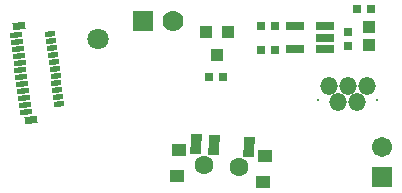
<source format=gbs>
G04*
G04 #@! TF.GenerationSoftware,Altium Limited,Altium Designer,19.1.5 (86)*
G04*
G04 Layer_Color=16711935*
%FSAX24Y24*%
%MOIN*%
G70*
G01*
G75*
%ADD17C,0.0700*%
%ADD18R,0.0700X0.0700*%
%ADD19O,0.0592X0.0592*%
%ADD20C,0.0080*%
%ADD21C,0.0631*%
%ADD22C,0.0671*%
%ADD23R,0.0671X0.0671*%
%ADD24C,0.0709*%
%ADD47R,0.0631X0.0316*%
G04:AMPARAMS|DCode=48|XSize=67.1mil|YSize=35.6mil|CornerRadius=0mil|HoleSize=0mil|Usage=FLASHONLY|Rotation=86.250|XOffset=0mil|YOffset=0mil|HoleType=Round|Shape=Rectangle|*
%AMROTATEDRECTD48*
4,1,4,0.0155,-0.0346,-0.0199,-0.0323,-0.0155,0.0346,0.0199,0.0323,0.0155,-0.0346,0.0*
%
%ADD48ROTATEDRECTD48*%

G04:AMPARAMS|DCode=49|XSize=47.4mil|YSize=39.5mil|CornerRadius=0mil|HoleSize=0mil|Usage=FLASHONLY|Rotation=176.250|XOffset=0mil|YOffset=0mil|HoleType=Round|Shape=Rectangle|*
%AMROTATEDRECTD49*
4,1,4,0.0249,0.0182,0.0223,-0.0213,-0.0249,-0.0182,-0.0223,0.0213,0.0249,0.0182,0.0*
%
%ADD49ROTATEDRECTD49*%

G04:AMPARAMS|DCode=50|XSize=39.5mil|YSize=18.2mil|CornerRadius=0mil|HoleSize=0mil|Usage=FLASHONLY|Rotation=7.550|XOffset=0mil|YOffset=0mil|HoleType=Round|Shape=Rectangle|*
%AMROTATEDRECTD50*
4,1,4,-0.0184,-0.0116,-0.0208,0.0064,0.0184,0.0116,0.0208,-0.0064,-0.0184,-0.0116,0.0*
%
%ADD50ROTATEDRECTD50*%

G04:AMPARAMS|DCode=51|XSize=33.6mil|YSize=18.2mil|CornerRadius=0mil|HoleSize=0mil|Usage=FLASHONLY|Rotation=7.550|XOffset=0mil|YOffset=0mil|HoleType=Round|Shape=Rectangle|*
%AMROTATEDRECTD51*
4,1,4,-0.0155,-0.0112,-0.0178,0.0068,0.0155,0.0112,0.0178,-0.0068,-0.0155,-0.0112,0.0*
%
%ADD51ROTATEDRECTD51*%

G04:AMPARAMS|DCode=52|XSize=41.5mil|YSize=23.7mil|CornerRadius=0mil|HoleSize=0mil|Usage=FLASHONLY|Rotation=7.550|XOffset=0mil|YOffset=0mil|HoleType=Round|Shape=Rectangle|*
%AMROTATEDRECTD52*
4,1,4,-0.0190,-0.0145,-0.0221,0.0090,0.0190,0.0145,0.0221,-0.0090,-0.0190,-0.0145,0.0*
%
%ADD52ROTATEDRECTD52*%

%ADD53R,0.0395X0.0434*%
%ADD54R,0.0297X0.0297*%
%ADD55R,0.0297X0.0297*%
%ADD56R,0.0395X0.0395*%
D17*
X008771Y008113D02*
D03*
D18*
X007771D02*
D03*
D19*
X014926Y005396D02*
D03*
X015241Y005947D02*
D03*
X014611D02*
D03*
X013981D02*
D03*
X014296Y005396D02*
D03*
D20*
X015595Y005475D02*
D03*
X013627D02*
D03*
D21*
X010979Y003223D02*
D03*
X009800Y003300D02*
D03*
D22*
X015750Y003900D02*
D03*
D23*
Y002900D02*
D03*
D24*
X006274Y007507D02*
D03*
D47*
X012858Y007924D02*
D03*
Y007176D02*
D03*
X013842D02*
D03*
Y007550D02*
D03*
Y007924D02*
D03*
D48*
X011318Y003891D02*
D03*
X010140Y003968D02*
D03*
X009550Y004007D02*
D03*
D49*
X011852Y003600D02*
D03*
X011795Y002735D02*
D03*
X008984Y003787D02*
D03*
X008927Y002923D02*
D03*
D50*
X003881Y005057D02*
D03*
X003850Y005291D02*
D03*
X003819Y005525D02*
D03*
X003788Y005759D02*
D03*
X003757Y005993D02*
D03*
X003726Y006227D02*
D03*
X003695Y006462D02*
D03*
X003664Y006696D02*
D03*
X003633Y006930D02*
D03*
X003602Y007164D02*
D03*
X003571Y007398D02*
D03*
X003540Y007632D02*
D03*
D51*
X004988Y005322D02*
D03*
X004957Y005557D02*
D03*
X004926Y005791D02*
D03*
X004895Y006025D02*
D03*
X004864Y006259D02*
D03*
X004833Y006493D02*
D03*
X004802Y006727D02*
D03*
X004771Y006962D02*
D03*
X004740Y007196D02*
D03*
X004709Y007430D02*
D03*
X004678Y007664D02*
D03*
D52*
X004045Y004800D02*
D03*
X003631Y007922D02*
D03*
D53*
X010250Y006956D02*
D03*
X010624Y007744D02*
D03*
X009876D02*
D03*
D54*
X009970Y006250D02*
D03*
X010430D02*
D03*
X012180Y007150D02*
D03*
X011720D02*
D03*
Y007950D02*
D03*
X012180D02*
D03*
X015380Y008500D02*
D03*
X014920D02*
D03*
D55*
X014600Y007270D02*
D03*
Y007730D02*
D03*
D56*
X015300Y007895D02*
D03*
Y007305D02*
D03*
M02*

</source>
